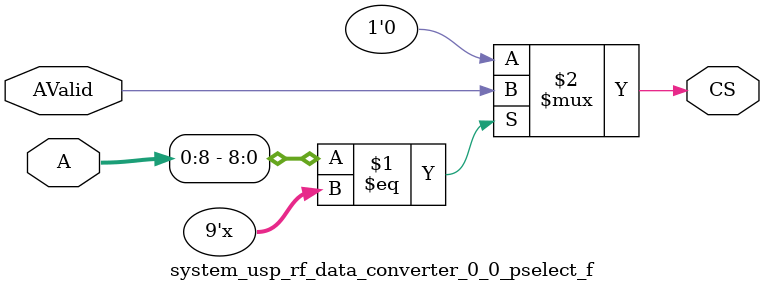
<source format=v>
`timescale 1 ps/1 ps

module system_usp_rf_data_converter_0_0_pselect_f ( A, AValid, CS) ;

parameter C_AB  = 9;
parameter C_AW  = 32;
parameter [0:C_AW - 1] C_BAR =  'bz;
parameter C_FAMILY  = "nofamily";
input[0:C_AW-1] A; 
input AValid; 
output CS; 
wire CS;
parameter [0:C_AB-1]BAR = C_BAR[0:C_AB-1];

//----------------------------------------------------------------------------
// Build a behavioral decoder
//----------------------------------------------------------------------------
generate
if (C_AB > 0) begin : XST_WA
assign CS = (A[0:C_AB - 1] == BAR[0:C_AB - 1]) ? AValid : 1'b0 ;
end
endgenerate

generate
if (C_AB == 0) begin : PASS_ON_GEN
assign CS = AValid ;
end
endgenerate
endmodule

</source>
